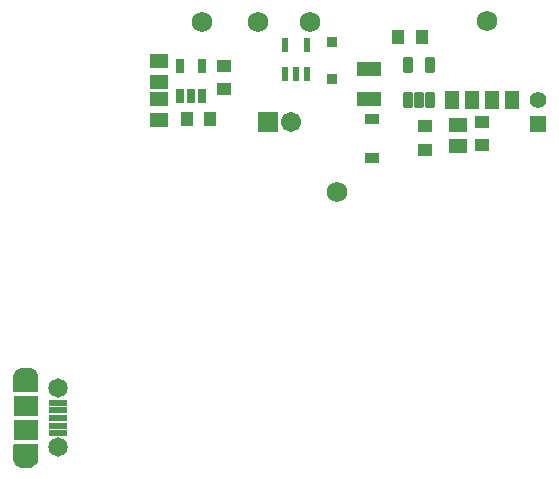
<source format=gts>
G04*
G04 #@! TF.GenerationSoftware,Altium Limited,Altium Designer,24.0.1 (36)*
G04*
G04 Layer_Color=8388736*
%FSLAX44Y44*%
%MOMM*%
G71*
G04*
G04 #@! TF.SameCoordinates,40904156-3D38-421D-9BDF-46F29154AA19*
G04*
G04*
G04 #@! TF.FilePolarity,Negative*
G04*
G01*
G75*
%ADD21R,1.0000X1.2500*%
%ADD22R,1.2192X0.9144*%
%ADD24R,1.2500X1.0000*%
%ADD26R,0.5500X1.3000*%
%ADD29R,0.9500X0.9000*%
%ADD30R,2.0000X1.2500*%
%ADD33C,0.7032*%
%ADD34R,1.3032X1.6032*%
%ADD35R,1.6032X1.3032*%
%ADD36R,0.8032X1.2032*%
%ADD37C,1.7272*%
G04:AMPARAMS|DCode=38|XSize=0.8532mm|YSize=1.4032mm|CornerRadius=0.1504mm|HoleSize=0mm|Usage=FLASHONLY|Rotation=180.000|XOffset=0mm|YOffset=0mm|HoleType=Round|Shape=RoundedRectangle|*
%AMROUNDEDRECTD38*
21,1,0.8532,1.1025,0,0,180.0*
21,1,0.5525,1.4032,0,0,180.0*
1,1,0.3007,-0.2763,0.5513*
1,1,0.3007,0.2763,0.5513*
1,1,0.3007,0.2763,-0.5513*
1,1,0.3007,-0.2763,-0.5513*
%
%ADD38ROUNDEDRECTD38*%
%ADD39R,1.5532X0.6032*%
%ADD40R,2.1032X1.7032*%
%ADD41C,1.4032*%
%ADD42R,1.4032X1.4032*%
%ADD43R,1.7032X1.7032*%
%ADD44C,1.7032*%
%ADD45C,1.6532*%
G36*
X38513Y71689D02*
X38643Y71663D01*
X38770Y71621D01*
X38889Y71562D01*
X39000Y71488D01*
X39100Y71400D01*
X39188Y71300D01*
X39262Y71189D01*
X39320Y71069D01*
X39363Y70943D01*
X39389Y70813D01*
X39398Y70680D01*
Y57680D01*
X39389Y57547D01*
X39363Y57416D01*
X39320Y57290D01*
X39262Y57171D01*
X39188Y57060D01*
X39100Y56960D01*
X39000Y56872D01*
X38889Y56798D01*
X38770Y56739D01*
X38643Y56696D01*
X38513Y56670D01*
X38380Y56662D01*
X34398D01*
Y52680D01*
X34390Y52547D01*
X34364Y52417D01*
X34321Y52291D01*
X34292Y52232D01*
X34262Y52171D01*
X34188Y52060D01*
X34100Y51960D01*
X34100D01*
Y51960D01*
X34000Y51872D01*
X33889Y51798D01*
X33829Y51768D01*
X33770Y51739D01*
X33644Y51697D01*
X33513Y51671D01*
X33380Y51662D01*
X24380Y51662D01*
D01*
X24380D01*
X24247Y51670D01*
X24116Y51696D01*
X23990Y51739D01*
X23931Y51768D01*
X23871Y51798D01*
X23760Y51872D01*
X23660Y51960D01*
Y51960D01*
X23660D01*
X23572Y52060D01*
X23498Y52171D01*
X23468Y52231D01*
X23439Y52290D01*
X23396Y52416D01*
X23370Y52547D01*
X23362Y52680D01*
D01*
Y52680D01*
Y56662D01*
X19380D01*
X19247Y56670D01*
X19116Y56696D01*
X18990Y56739D01*
X18871Y56798D01*
X18760Y56872D01*
X18660Y56960D01*
X18572Y57060D01*
X18498Y57171D01*
X18439Y57290D01*
X18396Y57416D01*
X18370Y57547D01*
X18362Y57680D01*
Y70680D01*
X18370Y70813D01*
X18396Y70943D01*
X18439Y71069D01*
X18498Y71189D01*
X18572Y71300D01*
X18660Y71400D01*
X18760Y71488D01*
X18871Y71562D01*
X18990Y71621D01*
X19116Y71663D01*
X19247Y71689D01*
X19380Y71698D01*
X38380D01*
X38513Y71689D01*
D02*
G37*
G36*
X33513Y135689D02*
X33643Y135663D01*
X33770Y135621D01*
X33828Y135591D01*
X33889Y135562D01*
X34000Y135488D01*
X34100Y135400D01*
Y135400D01*
X34100D01*
X34188Y135300D01*
X34262Y135189D01*
X34291Y135128D01*
X34320Y135070D01*
X34363Y134944D01*
X34389Y134813D01*
X34398Y134680D01*
D01*
Y134680D01*
Y130698D01*
X38380D01*
X38513Y130689D01*
X38643Y130663D01*
X38770Y130621D01*
X38889Y130562D01*
X39000Y130488D01*
X39100Y130400D01*
X39188Y130300D01*
X39262Y130189D01*
X39320Y130070D01*
X39363Y129943D01*
X39389Y129813D01*
X39398Y129680D01*
Y116680D01*
X39389Y116547D01*
X39363Y116416D01*
X39320Y116290D01*
X39262Y116171D01*
X39188Y116060D01*
X39100Y115960D01*
X39000Y115872D01*
X38889Y115798D01*
X38770Y115739D01*
X38643Y115696D01*
X38513Y115670D01*
X38380Y115662D01*
X19380D01*
X19247Y115670D01*
X19116Y115696D01*
X18990Y115739D01*
X18871Y115798D01*
X18760Y115872D01*
X18660Y115960D01*
X18572Y116060D01*
X18498Y116171D01*
X18439Y116290D01*
X18396Y116416D01*
X18370Y116547D01*
X18362Y116680D01*
Y129680D01*
X18370Y129813D01*
X18396Y129943D01*
X18439Y130070D01*
X18498Y130189D01*
X18572Y130300D01*
X18660Y130400D01*
X18760Y130488D01*
X18871Y130562D01*
X18990Y130621D01*
X19116Y130663D01*
X19247Y130689D01*
X19380Y130698D01*
X23361D01*
Y134680D01*
X23370Y134813D01*
X23396Y134943D01*
X23439Y135069D01*
X23468Y135128D01*
X23498Y135189D01*
X23572Y135300D01*
X23660Y135400D01*
X23660D01*
Y135400D01*
X23760Y135487D01*
X23870Y135562D01*
X23931Y135591D01*
X23990Y135620D01*
X24116Y135663D01*
X24247Y135689D01*
X24379Y135698D01*
X33380Y135698D01*
D01*
X33380D01*
X33513Y135689D01*
D02*
G37*
D21*
X364076Y416554D02*
D03*
X344076D02*
D03*
X165260Y346456D02*
D03*
X185260D02*
D03*
D22*
X322326Y346583D02*
D03*
Y313817D02*
D03*
D24*
X415036Y344512D02*
D03*
Y324512D02*
D03*
X366522Y340956D02*
D03*
Y320956D02*
D03*
X196342Y392016D02*
D03*
Y372016D02*
D03*
D26*
X248056Y384556D02*
D03*
X257556D02*
D03*
X267056D02*
D03*
Y409556D02*
D03*
X248056D02*
D03*
D29*
X288290Y412244D02*
D03*
Y380744D02*
D03*
D30*
X319532Y363418D02*
D03*
Y388918D02*
D03*
D33*
X26557Y128451D02*
G03*
X26558Y128452I-2177J1229D01*
G01*
X26532Y128408D02*
G03*
X26557Y128451I-2152J1272D01*
G01*
X31089Y128680D02*
G03*
X31461Y128077I2291J1000D01*
G01*
X25609Y127503D02*
G03*
X25761Y127596I-1229J2177D01*
G01*
X26321Y128104D02*
G03*
X26457Y128288I-1941J1576D01*
G01*
X25761Y127596D02*
G03*
X26321Y128104I-1381J2084D01*
G01*
X25516Y127453D02*
G03*
X25609Y127503I-1136J2227D01*
G01*
X25265Y127342D02*
G03*
X25516Y127453I-885J2338D01*
G01*
X24484Y127182D02*
G03*
X25265Y127342I-104J2498D01*
G01*
X26457Y128288D02*
G03*
X26532Y128408I-2077J1391D01*
G01*
X31461Y128077D02*
G03*
X31515Y128014I1918J1603D01*
G01*
X31612Y127912D02*
G03*
X31714Y127816I1768J1768D01*
G01*
X31516Y128014D02*
G03*
X31612Y127912I1864J1666D01*
G01*
X33380Y132180D02*
G03*
X31089Y128680I0J-2500D01*
G01*
X35671D02*
G03*
X34983Y131599I-2291J1000D01*
G01*
X31714Y127816D02*
G03*
X35671Y128680I1666J1864D01*
G01*
X33350Y60180D02*
G03*
X30880Y57680I30J-2500D01*
G01*
Y57680D02*
G03*
X30964Y57037I2500J0D01*
G01*
X33390Y60180D02*
G03*
X33380Y60180I-10J-2500D01*
G01*
X33379D02*
G03*
X33350Y60180I0J-2500D01*
G01*
X32538Y55326D02*
G03*
X33123Y55193I842J2354D01*
G01*
D02*
G03*
X33340Y55180I257J2487D01*
G01*
X33898Y60126D02*
G03*
X33390Y60180I-518J-2446D01*
G01*
X35781Y56984D02*
G03*
X33898Y60126I-2401J696D01*
G01*
X33340Y55180D02*
G03*
X35781Y56984I40J2500D01*
G01*
X34380Y131971D02*
G03*
X33380Y132180I-1000J-2291D01*
G01*
X34578Y131874D02*
G03*
X34380Y131971I-1198J-2194D01*
G01*
X34983Y131599D02*
G03*
X34578Y131874I-1603J-1919D01*
G01*
X30964Y57037D02*
G03*
X30964Y57036I2416J643D01*
G01*
Y57036D02*
G03*
X30973Y57003I2416J644D01*
G01*
D02*
G03*
X30979Y56984I2407J677D01*
G01*
X30979Y56984D02*
G03*
X31379Y56181I2401J696D01*
G01*
D02*
G03*
X31600Y55924I2000J1499D01*
G01*
D02*
G03*
X31881Y55679I1780J1756D01*
G01*
D02*
G03*
X32538Y55326I1499J2000D01*
G01*
X24380Y132180D02*
G03*
X24483Y127182I0J-2500D01*
G01*
X24380Y60180D02*
G03*
X24380Y60180I0J-2500D01*
G01*
X26558Y128452D02*
G03*
X24380Y132180I-2178J1228D01*
G01*
D34*
X440804Y362458D02*
D03*
X423304D02*
D03*
X389522D02*
D03*
X407022D02*
D03*
D35*
X394462Y324238D02*
D03*
Y341738D02*
D03*
X141754Y395861D02*
D03*
Y378361D02*
D03*
X141754Y363456D02*
D03*
Y345956D02*
D03*
D36*
X159260Y392016D02*
D03*
X178260D02*
D03*
X159260Y366016D02*
D03*
X168760D02*
D03*
X178260D02*
D03*
D37*
X269494Y429006D02*
D03*
X419100Y429514D02*
D03*
X292100Y284988D02*
D03*
X225806Y429006D02*
D03*
X178410D02*
D03*
D38*
X352196Y392442D02*
D03*
X371196D02*
D03*
Y362942D02*
D03*
X361696D02*
D03*
X352196D02*
D03*
D39*
X55880Y106680D02*
D03*
Y100180D02*
D03*
Y93680D02*
D03*
Y87180D02*
D03*
Y80680D02*
D03*
D40*
X28880Y103680D02*
D03*
Y83680D02*
D03*
D41*
X462534Y362458D02*
D03*
D42*
Y342458D02*
D03*
D43*
X233745Y344224D02*
D03*
D44*
X253746D02*
D03*
D45*
X55880Y68680D02*
D03*
Y118680D02*
D03*
M02*

</source>
